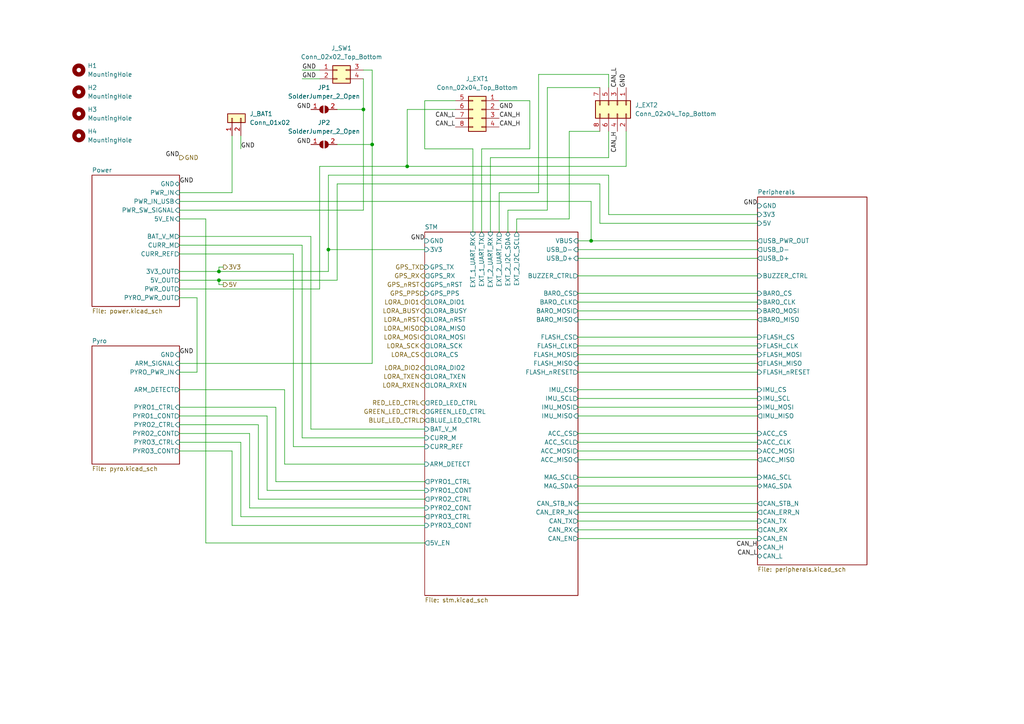
<source format=kicad_sch>
(kicad_sch (version 20230121) (generator eeschema)
  (paper "A4")
  (lib_symbols
    (symbol "Connector_Generic:Conn_01x02" (pin_names (offset 1.016) hide)
      (property "Reference" "J" (at 0 2.54 0))
      (property "Value" "Conn_01x02" (at 0 -5.08 0))
      (symbol "Conn_01x02_1_1"
        (rectangle (start -1.27 -2.413) (end 0 -2.667) (stroke (width 0.1524)))
        (rectangle (start -1.27 0.127) (end 0 -0.127) (stroke (width 0.1524)))
        (rectangle (start -1.27 1.27) (end 1.27 -3.81) (stroke (width 0.254)) (fill (type background)))
        (pin passive line (at -5.08 0 0) (length 3.81) (name "Pin_1") (number "1"))
        (pin passive line (at -5.08 -2.54 0) (length 3.81) (name "Pin_2") (number "2"))
      )
    )
    (symbol "Connector_Generic:Conn_02x02_Top_Bottom" (pin_names (offset 1.016) hide)
      (property "Reference" "J" (at 1.27 2.54 0))
      (property "Value" "Conn_02x02_Top_Bottom" (at 1.27 -5.08 0))
      (symbol "Conn_02x02_Top_Bottom_1_1"
        (rectangle (start -1.27 -2.413) (end 0 -2.667) (stroke (width 0.1524)))
        (rectangle (start -1.27 0.127) (end 0 -0.127) (stroke (width 0.1524)))
        (rectangle (start -1.27 1.27) (end 3.81 -3.81) (stroke (width 0.254)) (fill (type background)))
        (rectangle (start 3.81 -2.413) (end 2.54 -2.667) (stroke (width 0.1524)))
        (rectangle (start 3.81 0.127) (end 2.54 -0.127) (stroke (width 0.1524)))
        (pin passive line (at -5.08 0 0) (length 3.81) (name "Pin_1") (number "1"))
        (pin passive line (at -5.08 -2.54 0) (length 3.81) (name "Pin_2") (number "2"))
        (pin passive line (at 7.62 0 180) (length 3.81) (name "Pin_3") (number "3"))
        (pin passive line (at 7.62 -2.54 180) (length 3.81) (name "Pin_4") (number "4"))
      )
    )
    (symbol "Connector_Generic:Conn_02x04_Odd_Even" (pin_names (offset 1.016) hide)
      (property "Reference" "J" (at 1.27 5.08 0))
      (property "Value" "Conn_02x04_Odd_Even" (at 1.27 -7.62 0))
      (symbol "Conn_02x04_Odd_Even_1_1"
        (rectangle (start -1.27 -4.953) (end 0 -5.207) (stroke (width 0.1524)))
        (rectangle (start -1.27 -2.413) (end 0 -2.667) (stroke (width 0.1524)))
        (rectangle (start -1.27 0.127) (end 0 -0.127) (stroke (width 0.1524)))
        (rectangle (start -1.27 2.667) (end 0 2.413) (stroke (width 0.1524)))
        (rectangle (start -1.27 3.81) (end 3.81 -6.35) (stroke (width 0.254)) (fill (type background)))
        (rectangle (start 3.81 -4.953) (end 2.54 -5.207) (stroke (width 0.1524)))
        (rectangle (start 3.81 -2.413) (end 2.54 -2.667) (stroke (width 0.1524)))
        (rectangle (start 3.81 0.127) (end 2.54 -0.127) (stroke (width 0.1524)))
        (rectangle (start 3.81 2.667) (end 2.54 2.413) (stroke (width 0.1524)))
        (pin passive line (at -5.08 2.54 0) (length 3.81) (name "Pin_1") (number "1"))
        (pin passive line (at 7.62 2.54 180) (length 3.81) (name "Pin_2") (number "2"))
        (pin passive line (at -5.08 0 0) (length 3.81) (name "Pin_3") (number "3"))
        (pin passive line (at 7.62 0 180) (length 3.81) (name "Pin_4") (number "4"))
        (pin passive line (at -5.08 -2.54 0) (length 3.81) (name "Pin_5") (number "5"))
        (pin passive line (at 7.62 -2.54 180) (length 3.81) (name "Pin_6") (number "6"))
        (pin passive line (at -5.08 -5.08 0) (length 3.81) (name "Pin_7") (number "7"))
        (pin passive line (at 7.62 -5.08 180) (length 3.81) (name "Pin_8") (number "8"))
      )
    )
    (symbol "Connector_Generic:Conn_02x04_Top_Bottom" (pin_names (offset 1.016) hide)
      (property "Reference" "J" (at 1.27 5.08 0))
      (property "Value" "Conn_02x04_Top_Bottom" (at 1.27 -7.62 0))
      (symbol "Conn_02x04_Top_Bottom_1_1"
        (rectangle (start -1.27 -4.953) (end 0 -5.207) (stroke (width 0.1524)))
        (rectangle (start -1.27 -2.413) (end 0 -2.667) (stroke (width 0.1524)))
        (rectangle (start -1.27 0.127) (end 0 -0.127) (stroke (width 0.1524)))
        (rectangle (start -1.27 2.667) (end 0 2.413) (stroke (width 0.1524)))
        (rectangle (start -1.27 3.81) (end 3.81 -6.35) (stroke (width 0.254)) (fill (type background)))
        (rectangle (start 3.81 -4.953) (end 2.54 -5.207) (stroke (width 0.1524)))
        (rectangle (start 3.81 -2.413) (end 2.54 -2.667) (stroke (width 0.1524)))
        (rectangle (start 3.81 0.127) (end 2.54 -0.127) (stroke (width 0.1524)))
        (rectangle (start 3.81 2.667) (end 2.54 2.413) (stroke (width 0.1524)))
        (pin passive line (at -5.08 2.54 0) (length 3.81) (name "Pin_1") (number "1"))
        (pin passive line (at -5.08 0 0) (length 3.81) (name "Pin_2") (number "2"))
        (pin passive line (at -5.08 -2.54 0) (length 3.81) (name "Pin_3") (number "3"))
        (pin passive line (at -5.08 -5.08 0) (length 3.81) (name "Pin_4") (number "4"))
        (pin passive line (at 7.62 2.54 180) (length 3.81) (name "Pin_5") (number "5"))
        (pin passive line (at 7.62 0 180) (length 3.81) (name "Pin_6") (number "6"))
        (pin passive line (at 7.62 -2.54 180) (length 3.81) (name "Pin_7") (number "7"))
        (pin passive line (at 7.62 -5.08 180) (length 3.81) (name "Pin_8") (number "8"))
      )
    )
    (symbol "Jumper:SolderJumper_2_Open" (pin_names (offset 0) hide)
      (property "Reference" "JP" (at 0 2.032 0))
      (property "Value" "SolderJumper_2_Open" (at 0 -2.54 0))
      (symbol "SolderJumper_2_Open_0_1"
        (arc (start -0.254 1.016) (mid -1.2656 0) (end -0.254 -1.016))
        (arc (start -0.254 1.016) (mid -1.2656 0) (end -0.254 -1.016) (fill (type outline)))
        (polyline (pts (xy -0.254 1.016) (xy -0.254 -1.016)))
        (polyline (pts (xy 0.254 1.016) (xy 0.254 -1.016)))
        (arc (start 0.254 -1.016) (mid 1.2656 0) (end 0.254 1.016))
        (arc (start 0.254 -1.016) (mid 1.2656 0) (end 0.254 1.016) (fill (type outline)))
      )
      (symbol "SolderJumper_2_Open_1_1"
        (pin passive line (at -3.81 0 0) (length 2.54) (name "A") (number "1"))
        (pin passive line (at 3.81 0 180) (length 2.54) (name "B") (number "2"))
      )
    )
    (symbol "Mechanical:MountingHole" (pin_names (offset 1.016))
      (property "Reference" "H" (at 0 5.08 0))
      (property "Value" "MountingHole" (at 0 3.175 0))
      (symbol "MountingHole_0_1"
        (circle (center 0 0) (radius 1.27) (stroke (width 1.27)))
      )
    )
  )
  (junction (at 171.45 69.85))
  (junction (at 63.5 81.28))
  (junction (at 107.95 41.91))
  (junction (at 118.11 48.26))
  (junction (at 63.5 78.74))
  (junction (at 95.25 72.39))
  (junction (at 105.41 31.75))
  (wire (pts (xy 123.19 43.18) (xy 137.16 43.18)))
  (wire (pts (xy 95.25 78.74) (xy 63.5 78.74)))
  (wire (pts (xy 144.78 67.31) (xy 144.78 55.88)))
  (wire (pts (xy 167.64 130.81) (xy 219.71 130.81)))
  (wire (pts (xy 80.01 139.7) (xy 123.19 139.7)))
  (wire (pts (xy 167.64 153.67) (xy 219.71 153.67)))
  (wire (pts (xy 173.99 53.34) (xy 97.79 53.34)))
  (wire (pts (xy 173.99 25.4) (xy 158.75 25.4)))
  (wire (pts (xy 69.85 39.37) (xy 69.85 43.18)))
  (wire (pts (xy 63.5 78.74) (xy 52.07 78.74)))
  (wire (pts (xy 167.64 87.63) (xy 219.71 87.63)))
  (wire (pts (xy 52.07 83.82) (xy 92.71 83.82)))
  (wire (pts (xy 167.64 105.41) (xy 219.71 105.41)))
  (wire (pts (xy 167.64 90.17) (xy 219.71 90.17)))
  (wire (pts (xy 176.53 62.23) (xy 219.71 62.23)))
  (wire (pts (xy 167.64 148.59) (xy 219.71 148.59)))
  (wire (pts (xy 90.17 124.46) (xy 123.19 124.46)))
  (wire (pts (xy 95.25 50.8) (xy 95.25 72.39)))
  (wire (pts (xy 97.79 41.91) (xy 107.95 41.91)))
  (wire (pts (xy 176.53 50.8) (xy 176.53 62.23)))
  (wire (pts (xy 167.64 151.13) (xy 219.71 151.13)))
  (wire (pts (xy 57.15 86.36) (xy 57.15 107.95)))
  (wire (pts (xy 92.71 48.26) (xy 118.11 48.26)))
  (wire (pts (xy 87.63 20.32) (xy 92.71 20.32)))
  (wire (pts (xy 97.79 81.28) (xy 97.79 53.34)))
  (wire (pts (xy 176.53 25.4) (xy 176.53 21.59)))
  (wire (pts (xy 52.07 113.03) (xy 82.55 113.03)))
  (wire (pts (xy 167.64 115.57) (xy 219.71 115.57)))
  (wire (pts (xy 74.93 123.19) (xy 52.07 123.19)))
  (wire (pts (xy 90.17 68.58) (xy 90.17 124.46)))
  (wire (pts (xy 52.07 130.81) (xy 67.31 130.81)))
  (wire (pts (xy 123.19 144.78) (xy 74.93 144.78)))
  (wire (pts (xy 82.55 134.62) (xy 123.19 134.62)))
  (wire (pts (xy 52.07 120.65) (xy 77.47 120.65)))
  (wire (pts (xy 52.07 73.66) (xy 85.09 73.66)))
  (wire (pts (xy 167.64 140.97) (xy 219.71 140.97)))
  (wire (pts (xy 219.71 64.77) (xy 173.99 64.77)))
  (wire (pts (xy 87.63 127) (xy 87.63 71.12)))
  (wire (pts (xy 67.31 39.37) (xy 67.31 55.88)))
  (wire (pts (xy 167.64 128.27) (xy 219.71 128.27)))
  (wire (pts (xy 105.41 20.32) (xy 107.95 20.32)))
  (wire (pts (xy 52.07 60.96) (xy 105.41 60.96)))
  (wire (pts (xy 167.64 156.21) (xy 219.71 156.21)))
  (wire (pts (xy 137.16 67.31) (xy 137.16 43.18)))
  (wire (pts (xy 158.75 25.4) (xy 158.75 60.96)))
  (wire (pts (xy 77.47 120.65) (xy 77.47 142.24)))
  (wire (pts (xy 105.41 60.96) (xy 105.41 31.75)))
  (wire (pts (xy 85.09 129.54) (xy 123.19 129.54)))
  (wire (pts (xy 173.99 64.77) (xy 173.99 53.34)))
  (wire (pts (xy 167.64 133.35) (xy 219.71 133.35)))
  (wire (pts (xy 92.71 83.82) (xy 92.71 48.26)))
  (wire (pts (xy 87.63 22.86) (xy 92.71 22.86)))
  (wire (pts (xy 67.31 152.4) (xy 123.19 152.4)))
  (wire (pts (xy 142.24 45.72) (xy 176.53 45.72)))
  (wire (pts (xy 72.39 125.73) (xy 72.39 147.32)))
  (wire (pts (xy 72.39 147.32) (xy 123.19 147.32)))
  (wire (pts (xy 158.75 60.96) (xy 147.32 60.96)))
  (wire (pts (xy 123.19 127) (xy 87.63 127)))
  (wire (pts (xy 139.7 43.18) (xy 153.67 43.18)))
  (wire (pts (xy 123.19 43.18) (xy 123.19 29.21)))
  (wire (pts (xy 63.5 81.28) (xy 97.79 81.28)))
  (wire (pts (xy 95.25 72.39) (xy 95.25 78.74)))
  (wire (pts (xy 167.64 125.73) (xy 219.71 125.73)))
  (wire (pts (xy 87.63 71.12) (xy 52.07 71.12)))
  (wire (pts (xy 156.21 21.59) (xy 176.53 21.59)))
  (wire (pts (xy 167.64 97.79) (xy 219.71 97.79)))
  (wire (pts (xy 52.07 105.41) (xy 107.95 105.41)))
  (wire (pts (xy 118.11 31.75) (xy 118.11 48.26)))
  (wire (pts (xy 95.25 50.8) (xy 176.53 50.8)))
  (wire (pts (xy 167.64 146.05) (xy 219.71 146.05)))
  (wire (pts (xy 52.07 125.73) (xy 72.39 125.73)))
  (wire (pts (xy 167.64 138.43) (xy 219.71 138.43)))
  (wire (pts (xy 77.47 142.24) (xy 123.19 142.24)))
  (wire (pts (xy 142.24 45.72) (xy 142.24 67.31)))
  (wire (pts (xy 167.64 102.87) (xy 219.71 102.87)))
  (wire (pts (xy 57.15 107.95) (xy 52.07 107.95)))
  (wire (pts (xy 67.31 130.81) (xy 67.31 152.4)))
  (wire (pts (xy 82.55 113.03) (xy 82.55 134.62)))
  (wire (pts (xy 107.95 20.32) (xy 107.95 41.91)))
  (wire (pts (xy 74.93 144.78) (xy 74.93 123.19)))
  (wire (pts (xy 52.07 68.58) (xy 90.17 68.58)))
  (wire (pts (xy 147.32 60.96) (xy 147.32 67.31)))
  (wire (pts (xy 105.41 31.75) (xy 105.41 22.86)))
  (wire (pts (xy 139.7 43.18) (xy 139.7 67.31)))
  (wire (pts (xy 123.19 149.86) (xy 69.85 149.86)))
  (wire (pts (xy 181.61 38.1) (xy 181.61 48.26)))
  (wire (pts (xy 123.19 29.21) (xy 132.08 29.21)))
  (wire (pts (xy 85.09 73.66) (xy 85.09 129.54)))
  (wire (pts (xy 64.77 77.47) (xy 63.5 77.47)))
  (wire (pts (xy 107.95 41.91) (xy 107.95 105.41)))
  (wire (pts (xy 132.08 31.75) (xy 118.11 31.75)))
  (wire (pts (xy 118.11 48.26) (xy 181.61 48.26)))
  (wire (pts (xy 165.1 63.5) (xy 165.1 38.1)))
  (wire (pts (xy 167.64 74.93) (xy 219.71 74.93)))
  (wire (pts (xy 167.64 118.11) (xy 219.71 118.11)))
  (wire (pts (xy 167.64 92.71) (xy 219.71 92.71)))
  (wire (pts (xy 167.64 107.95) (xy 219.71 107.95)))
  (wire (pts (xy 144.78 55.88) (xy 156.21 55.88)))
  (wire (pts (xy 144.78 29.21) (xy 153.67 29.21)))
  (wire (pts (xy 80.01 118.11) (xy 80.01 139.7)))
  (wire (pts (xy 63.5 82.55) (xy 63.5 81.28)))
  (wire (pts (xy 171.45 69.85) (xy 171.45 58.42)))
  (wire (pts (xy 69.85 128.27) (xy 52.07 128.27)))
  (wire (pts (xy 67.31 55.88) (xy 52.07 55.88)))
  (wire (pts (xy 52.07 58.42) (xy 171.45 58.42)))
  (wire (pts (xy 167.64 120.65) (xy 219.71 120.65)))
  (wire (pts (xy 167.64 113.03) (xy 219.71 113.03)))
  (wire (pts (xy 63.5 77.47) (xy 63.5 78.74)))
  (wire (pts (xy 167.64 69.85) (xy 171.45 69.85)))
  (wire (pts (xy 52.07 86.36) (xy 57.15 86.36)))
  (wire (pts (xy 176.53 45.72) (xy 176.53 38.1)))
  (wire (pts (xy 167.64 72.39) (xy 219.71 72.39)))
  (wire (pts (xy 149.86 67.31) (xy 149.86 63.5)))
  (wire (pts (xy 59.69 157.48) (xy 123.19 157.48)))
  (wire (pts (xy 64.77 82.55) (xy 63.5 82.55)))
  (wire (pts (xy 153.67 29.21) (xy 153.67 43.18)))
  (wire (pts (xy 167.64 80.01) (xy 219.71 80.01)))
  (wire (pts (xy 167.64 100.33) (xy 219.71 100.33)))
  (wire (pts (xy 156.21 21.59) (xy 156.21 55.88)))
  (wire (pts (xy 149.86 63.5) (xy 165.1 63.5)))
  (wire (pts (xy 52.07 81.28) (xy 63.5 81.28)))
  (wire (pts (xy 52.07 63.5) (xy 59.69 63.5)))
  (wire (pts (xy 59.69 63.5) (xy 59.69 157.48)))
  (wire (pts (xy 69.85 149.86) (xy 69.85 128.27)))
  (wire (pts (xy 165.1 38.1) (xy 173.99 38.1)))
  (wire (pts (xy 52.07 118.11) (xy 80.01 118.11)))
  (wire (pts (xy 167.64 85.09) (xy 219.71 85.09)))
  (wire (pts (xy 97.79 31.75) (xy 105.41 31.75)))
  (wire (pts (xy 95.25 72.39) (xy 123.19 72.39)))
  (wire (pts (xy 171.45 69.85) (xy 219.71 69.85)))
  (label "GND" (at 69.85 43.18 0))
  (label "GND" (at 219.71 59.69 180))
  (label "CAN_L" (at 132.08 36.83 180))
  (label "CAN_L" (at 179.07 25.4 90))
  (label "GND" (at 144.78 31.75 0))
  (label "CAN_L" (at 219.71 161.29 180))
  (label "CAN_L" (at 132.08 34.29 180))
  (label "GND" (at 52.07 102.87 0))
  (label "CAN_H" (at 144.78 36.83 0))
  (label "GND" (at 87.63 22.86 0))
  (label "GND" (at 52.07 53.34 0))
  (label "GND" (at 90.17 41.91 180))
  (label "GND" (at 123.19 69.85 180))
  (label "GND" (at 90.17 31.75 180))
  (label "CAN_H" (at 144.78 34.29 0))
  (label "GND" (at 87.63 20.32 0))
  (label "GND" (at 52.07 45.72 180))
  (label "GND" (at 181.61 25.4 90))
  (label "CAN_H" (at 219.71 158.75 180))
  (label "CAN_H" (at 179.07 38.1 270))
  (hierarchical_label "LORA_BUSY" (shape output) (at 123.19 90.17 180))
  (hierarchical_label "GPS_TX" (shape input) (at 123.19 77.47 180))
  (hierarchical_label "GPS_RX" (shape output) (at 123.19 80.01 180))
  (hierarchical_label "RED_LED_CTRL" (shape output) (at 123.19 116.84 180))
  (hierarchical_label "LORA_DIO2" (shape output) (at 123.19 106.68 180))
  (hierarchical_label "GREEN_LED_CTRL" (shape output) (at 123.19 119.38 180))
  (hierarchical_label "GPS_nRST" (shape output) (at 123.19 82.55 180))
  (hierarchical_label "LORA_SCK" (shape output) (at 123.19 100.33 180))
  (hierarchical_label "LORA_MISO" (shape input) (at 123.19 95.25 180))
  (hierarchical_label "LORA_TXEN" (shape output) (at 123.19 109.22 180))
  (hierarchical_label "LORA_MOSI" (shape output) (at 123.19 97.79 180))
  (hierarchical_label "LORA_RXEN" (shape output) (at 123.19 111.76 180))
  (hierarchical_label "GPS_PPS" (shape input) (at 123.19 85.09 180))
  (hierarchical_label "GND" (shape output) (at 52.07 45.72 0))
  (hierarchical_label "LORA_nRST" (shape output) (at 123.19 92.71 180))
  (hierarchical_label "LORA_CS" (shape output) (at 123.19 102.87 180))
  (hierarchical_label "LORA_DIO1" (shape output) (at 123.19 87.63 180))
  (hierarchical_label "BLUE_LED_CTRL" (shape input) (at 123.19 121.92 180))
  (hierarchical_label "5V" (shape output) (at 64.77 82.55 0))
  (hierarchical_label "3V3" (shape output) (at 64.77 77.47 0))
  (symbol (lib_id "Mechanical:MountingHole") (at 22.86 26.67 0) (unit 1)
    (property "Reference" "H2" (at 25.4 25.4 0) (effects (justify left)))
    (property "Value" "MountingHole" (at 25.4 27.94 0) (effects (justify left)))
    (property "Footprint" "Rocketry:MountingHole_2.7mm_M2.5_Keepout" (effects hide))
  )
  (symbol (lib_id "Connector_Generic:Conn_02x02_Top_Bottom") (at 97.79 20.32 0) (unit 1)
    (property "Reference" "J_SW1" (at 99.06 13.97 0))
    (property "Value" "Conn_02x02_Top_Bottom" (at 99.06 16.51 0))
    (property "Footprint" "Molex:1054051104" (effects hide))
  )
  (symbol (lib_id "Mechanical:MountingHole") (at 22.86 33.02 0) (unit 1)
    (property "Reference" "H3" (at 25.4 31.75 0) (effects (justify left)))
    (property "Value" "MountingHole" (at 25.4 34.29 0) (effects (justify left)))
    (property "Footprint" "Rocketry:MountingHole_2.7mm_M2.5_Keepout" (effects hide))
  )
  (symbol (lib_id "Mechanical:MountingHole") (at 22.86 39.37 0) (unit 1)
    (property "Reference" "H4" (at 25.4 38.1 0) (effects (justify left)))
    (property "Value" "MountingHole" (at 25.4 40.64 0) (effects (justify left)))
    (property "Footprint" "Rocketry:MountingHole_2.7mm_M2.5_Keepout" (effects hide))
  )
  (symbol (lib_id "Connector_Generic:Conn_01x02") (at 67.31 34.29 90) (unit 1)
    (property "Reference" "J_BAT1" (at 72.39 33.02 90) (effects (justify right)))
    (property "Value" "Conn_01x02" (at 72.39 35.56 90) (effects (justify right)))
    (property "Footprint" "Molex:1054301102" (effects hide))
  )
  (symbol (lib_id "Connector_Generic:Conn_02x04_Top_Bottom") (at 139.7 31.75 0) (mirror y) (unit 1)
    (property "Reference" "J_EXT1" (at 138.43 22.86 0))
    (property "Value" "Conn_02x04_Top_Bottom" (at 138.43 25.4 0))
    (property "Footprint" "Molex:1054051108" (effects hide))
  )
  (symbol (lib_id "Jumper:SolderJumper_2_Open") (at 93.98 41.91 0) (unit 1)
    (property "Reference" "JP2" (at 93.98 35.56 0))
    (property "Value" "SolderJumper_2_Open" (at 93.98 38.1 0))
    (property "Footprint" "Jumper:SolderJumper-2_P1.3mm_Open_TrianglePad1.0x1.5mm" (effects hide))
  )
  (symbol (lib_id "Mechanical:MountingHole") (at 22.86 20.32 0) (unit 1)
    (property "Reference" "H1" (at 25.4 19.05 0) (effects (justify left)))
    (property "Value" "MountingHole" (at 25.4 21.59 0) (effects (justify left)))
    (property "Footprint" "Rocketry:MountingHole_2.7mm_M2.5_Keepout" (effects hide))
  )
  (symbol (lib_id "Jumper:SolderJumper_2_Open") (at 93.98 31.75 0) (unit 1)
    (property "Reference" "JP1" (at 93.98 25.4 0))
    (property "Value" "SolderJumper_2_Open" (at 93.98 27.94 0))
    (property "Footprint" "Jumper:SolderJumper-2_P1.3mm_Open_TrianglePad1.0x1.5mm" (effects hide))
  )
  (symbol (lib_id "Connector_Generic:Conn_02x04_Odd_Even") (at 179.07 30.48 270) (unit 1)
    (property "Reference" "J_EXT2" (at 184.15 30.48 90) (effects (justify left)))
    (property "Value" "Conn_02x04_Top_Bottom" (at 184.15 33.02 90) (effects (justify left)))
    (property "Footprint" "Connector_PinHeader_2.54mm:PinHeader_2x04_P2.54mm_Vertical_SMD" (effects hide))
  )
  (sheet (at 123.19 67.31) (size 44.45 105.41) (stroke (width 0.1524))
    (property "Sheetname" "STM" (at 123.19 66.5984 0) (effects (justify left bottom)))
    (property "Sheetfile" "stm.kicad_sch" (at 123.19 173.3046 0) (effects (justify left top)))
    (pin "3V3" input (at 123.19 72.39 180))
    (pin "GND" input (at 123.19 69.85 180))
    (pin "VBUS" input (at 167.64 69.85 0))
    (pin "USB_D-" input (at 167.64 72.39 0))
    (pin "USB_D+" input (at 167.64 74.93 0))
    (pin "GPS_TX" input (at 123.19 77.47 180))
    (pin "LORA_DIO1" output (at 123.19 87.63 180))
    (pin "GPS_nRST" output (at 123.19 82.55 180))
    (pin "GPS_RX" output (at 123.19 80.01 180))
    (pin "RED_LED_CTRL" output (at 123.19 116.84 180))
    (pin "LORA_CS" output (at 123.19 102.87 180))
    (pin "LORA_DIO2" output (at 123.19 106.68 180))
    (pin "GREEN_LED_CTRL" output (at 123.19 119.38 180))
    (pin "LORA_TXEN" output (at 123.19 109.22 180))
    (pin "LORA_RXEN" output (at 123.19 111.76 180))
    (pin "LORA_MOSI" output (at 123.19 97.79 180))
    (pin "LORA_MISO" input (at 123.19 95.25 180))
    (pin "LORA_SCK" output (at 123.19 100.33 180))
    (pin "LORA_nRST" output (at 123.19 92.71 180))
    (pin "LORA_BUSY" output (at 123.19 90.17 180))
    (pin "BUZZER_CTRL" output (at 167.64 80.01 0))
    (pin "BARO_CS" output (at 167.64 85.09 0))
    (pin "BARO_MOSI" output (at 167.64 90.17 0))
    (pin "BARO_CLK" output (at 167.64 87.63 0))
    (pin "FLASH_CLK" output (at 167.64 100.33 0))
    (pin "FLASH_CS" output (at 167.64 97.79 0))
    (pin "BARO_MISO" input (at 167.64 92.71 0))
    (pin "FLASH_MOSI" output (at 167.64 102.87 0))
    (pin "CAN_RX" input (at 167.64 153.67 0))
    (pin "CAN_EN" output (at 167.64 156.21 0))
    (pin "CAN_STB_N" input (at 167.64 146.05 0))
    (pin "CAN_ERR_N" input (at 167.64 148.59 0))
    (pin "CAN_TX" output (at 167.64 151.13 0))
    (pin "IMU_MOSI" output (at 167.64 118.11 0))
    (pin "IMU_SCL" output (at 167.64 115.57 0))
    (pin "FLASH_MISO" input (at 167.64 105.41 0))
    (pin "MAG_SCL" output (at 167.64 138.43 0))
    (pin "IMU_MISO" input (at 167.64 120.65 0))
    (pin "IMU_CS" output (at 167.64 113.03 0))
    (pin "FLASH_nRESET" output (at 167.64 107.95 0))
    (pin "MAG_SDA" bidirectional (at 167.64 140.97 0))
    (pin "ACC_MOSI" output (at 167.64 130.81 0))
    (pin "ACC_CS" output (at 167.64 125.73 0))
    (pin "ACC_SCL" output (at 167.64 128.27 0))
    (pin "ACC_MISO" input (at 167.64 133.35 0))
    (pin "EXT_2_UART_RX" input (at 142.24 67.31 90))
    (pin "EXT_2_UART_TX" output (at 144.78 67.31 90))
    (pin "EXT_1_UART_RX" input (at 137.16 67.31 90))
    (pin "EXT_1_UART_TX" output (at 139.7 67.31 90))
    (pin "EXT_2_I2C_SDA" bidirectional (at 147.32 67.31 90))
    (pin "EXT_2_I2C_SCL" output (at 149.86 67.31 90))
    (pin "CURR_M" input (at 123.19 127 180))
    (pin "BAT_V_M" input (at 123.19 124.46 180))
    (pin "PYRO1_CTRL" output (at 123.19 139.7 180))
    (pin "PYRO1_CONT" input (at 123.19 142.24 180))
    (pin "PYRO2_CONT" input (at 123.19 147.32 180))
    (pin "PYRO2_CTRL" output (at 123.19 144.78 180))
    (pin "PYRO3_CTRL" output (at 123.19 149.86 180))
    (pin "CURR_REF" input (at 123.19 129.54 180))
    (pin "ARM_DETECT" input (at 123.19 134.62 180))
    (pin "PYRO3_CONT" input (at 123.19 152.4 180))
    (pin "5V_EN" output (at 123.19 157.48 180))
    (pin "GPS_PPS" input (at 123.19 85.09 180))
    (pin "BLUE_LED_CTRL" output (at 123.19 121.92 180))
  )
  (sheet (at 26.67 50.8) (size 25.4 38.1) (stroke (width 0.1524))
    (property "Sheetname" "Power" (at 26.67 50.0884 0) (effects (justify left bottom)))
    (property "Sheetfile" "power.kicad_sch" (at 26.67 89.4846 0) (effects (justify left top)))
    (pin "PYRO_PWR_OUT" output (at 52.07 86.36 0))
    (pin "CURR_REF" output (at 52.07 73.66 0))
    (pin "PWR_OUT" output (at 52.07 83.82 0))
    (pin "PWR_SW_SIGNAL" input (at 52.07 60.96 0))
    (pin "5V_EN" input (at 52.07 63.5 0))
    (pin "CURR_M" output (at 52.07 71.12 0))
    (pin "BAT_V_M" output (at 52.07 68.58 0))
    (pin "PWR_IN" input (at 52.07 55.88 0))
    (pin "5V_OUT" output (at 52.07 81.28 0))
    (pin "GND" bidirectional (at 52.07 53.34 0))
    (pin "3V3_OUT" output (at 52.07 78.74 0))
    (pin "PWR_IN_USB" input (at 52.07 58.42 0))
  )
  (sheet (at 219.71 57.15) (size 31.75 106.68) (stroke (width 0.1524))
    (property "Sheetname" "Peripherals" (at 219.71 56.4384 0) (effects (justify left bottom)))
    (property "Sheetfile" "peripherals.kicad_sch" (at 219.71 164.4146 0) (effects (justify left top)))
    (pin "BUZZER_CTRL" input (at 219.71 80.01 180))
    (pin "3V3" input (at 219.71 62.23 180))
    (pin "5V" input (at 219.71 64.77 180))
    (pin "GND" input (at 219.71 59.69 180))
    (pin "BARO_CS" input (at 219.71 85.09 180))
    (pin "FLASH_MOSI" input (at 219.71 102.87 180))
    (pin "FLASH_CLK" input (at 219.71 100.33 180))
    (pin "BARO_CLK" input (at 219.71 87.63 180))
    (pin "BARO_MOSI" input (at 219.71 90.17 180))
    (pin "BARO_MISO" output (at 219.71 92.71 180))
    (pin "USB_PWR_OUT" output (at 219.71 69.85 180))
    (pin "USB_D-" output (at 219.71 72.39 180))
    (pin "USB_D+" output (at 219.71 74.93 180))
    (pin "IMU_MISO" output (at 219.71 120.65 180))
    (pin "FLASH_nRESET" input (at 219.71 107.95 180))
    (pin "FLASH_CS" input (at 219.71 97.79 180))
    (pin "FLASH_MISO" output (at 219.71 105.41 180))
    (pin "IMU_SCL" input (at 219.71 115.57 180))
    (pin "IMU_MOSI" input (at 219.71 118.11 180))
    (pin "IMU_CS" input (at 219.71 113.03 180))
    (pin "MAG_SCL" input (at 219.71 138.43 180))
    (pin "MAG_SDA" bidirectional (at 219.71 140.97 180))
    (pin "ACC_MOSI" input (at 219.71 130.81 180))
    (pin "ACC_CLK" input (at 219.71 128.27 180))
    (pin "ACC_CS" input (at 219.71 125.73 180))
    (pin "ACC_MISO" output (at 219.71 133.35 180))
    (pin "CAN_STB_N" output (at 219.71 146.05 180))
    (pin "CAN_ERR_N" output (at 219.71 148.59 180))
    (pin "CAN_TX" input (at 219.71 151.13 180))
    (pin "CAN_EN" input (at 219.71 156.21 180))
    (pin "CAN_RX" output (at 219.71 153.67 180))
    (pin "CAN_H" bidirectional (at 219.71 158.75 180))
    (pin "CAN_L" bidirectional (at 219.71 161.29 180))
  )
  (sheet (at 26.67 100.33) (size 25.4 34.29) (stroke (width 0.1524))
    (property "Sheetname" "Pyro" (at 26.67 99.6184 0) (effects (justify left bottom)))
    (property "Sheetfile" "pyro.kicad_sch" (at 26.67 135.2046 0) (effects (justify left top)))
    (pin "PYRO2_CTRL" input (at 52.07 123.19 0))
    (pin "PYRO3_CTRL" input (at 52.07 128.27 0))
    (pin "PYRO3_CONT" output (at 52.07 130.81 0))
    (pin "PYRO1_CONT" output (at 52.07 120.65 0))
    (pin "GND" input (at 52.07 102.87 0))
    (pin "ARM_SIGNAL" input (at 52.07 105.41 0))
    (pin "PYRO_PWR_IN" input (at 52.07 107.95 0))
    (pin "ARM_DETECT" output (at 52.07 113.03 0))
    (pin "PYRO1_CTRL" input (at 52.07 118.11 0))
    (pin "PYRO2_CONT" output (at 52.07 125.73 0))
  )
)
</source>
